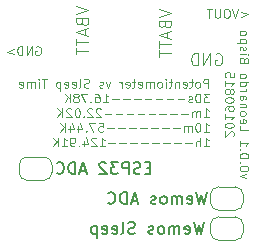
<source format=gbr>
G04 #@! TF.GenerationSoftware,KiCad,Pcbnew,(5.1.2)-2*
G04 #@! TF.CreationDate,2019-08-28T15:44:57+02:00*
G04 #@! TF.ProjectId,esp_pmc,6573705f-706d-4632-9e6b-696361645f70,0.0.1*
G04 #@! TF.SameCoordinates,Original*
G04 #@! TF.FileFunction,Legend,Bot*
G04 #@! TF.FilePolarity,Positive*
%FSLAX46Y46*%
G04 Gerber Fmt 4.6, Leading zero omitted, Abs format (unit mm)*
G04 Created by KiCad (PCBNEW (5.1.2)-2) date 2019-08-28 15:44:57*
%MOMM*%
%LPD*%
G04 APERTURE LIST*
%ADD10C,0.120000*%
%ADD11C,0.150000*%
G04 APERTURE END LIST*
D10*
X75550214Y-86713857D02*
X75050214Y-86535285D01*
X75550214Y-86356714D01*
X75800214Y-85928142D02*
X75800214Y-85856714D01*
X75764500Y-85785285D01*
X75728785Y-85749571D01*
X75657357Y-85713857D01*
X75514500Y-85678142D01*
X75335928Y-85678142D01*
X75193071Y-85713857D01*
X75121642Y-85749571D01*
X75085928Y-85785285D01*
X75050214Y-85856714D01*
X75050214Y-85928142D01*
X75085928Y-85999571D01*
X75121642Y-86035285D01*
X75193071Y-86071000D01*
X75335928Y-86106714D01*
X75514500Y-86106714D01*
X75657357Y-86071000D01*
X75728785Y-86035285D01*
X75764500Y-85999571D01*
X75800214Y-85928142D01*
X75121642Y-85356714D02*
X75085928Y-85321000D01*
X75050214Y-85356714D01*
X75085928Y-85392428D01*
X75121642Y-85356714D01*
X75050214Y-85356714D01*
X75800214Y-84856714D02*
X75800214Y-84785285D01*
X75764500Y-84713857D01*
X75728785Y-84678142D01*
X75657357Y-84642428D01*
X75514500Y-84606714D01*
X75335928Y-84606714D01*
X75193071Y-84642428D01*
X75121642Y-84678142D01*
X75085928Y-84713857D01*
X75050214Y-84785285D01*
X75050214Y-84856714D01*
X75085928Y-84928142D01*
X75121642Y-84963857D01*
X75193071Y-84999571D01*
X75335928Y-85035285D01*
X75514500Y-85035285D01*
X75657357Y-84999571D01*
X75728785Y-84963857D01*
X75764500Y-84928142D01*
X75800214Y-84856714D01*
X75121642Y-84285285D02*
X75085928Y-84249571D01*
X75050214Y-84285285D01*
X75085928Y-84321000D01*
X75121642Y-84285285D01*
X75050214Y-84285285D01*
X75050214Y-83535285D02*
X75050214Y-83963857D01*
X75050214Y-83749571D02*
X75800214Y-83749571D01*
X75693071Y-83821000D01*
X75621642Y-83892428D01*
X75585928Y-83963857D01*
X75050214Y-82285285D02*
X75050214Y-82642428D01*
X75800214Y-82642428D01*
X75085928Y-81749571D02*
X75050214Y-81821000D01*
X75050214Y-81963857D01*
X75085928Y-82035285D01*
X75157357Y-82071000D01*
X75443071Y-82071000D01*
X75514500Y-82035285D01*
X75550214Y-81963857D01*
X75550214Y-81821000D01*
X75514500Y-81749571D01*
X75443071Y-81713857D01*
X75371642Y-81713857D01*
X75300214Y-82071000D01*
X75050214Y-81285285D02*
X75085928Y-81356714D01*
X75121642Y-81392428D01*
X75193071Y-81428142D01*
X75407357Y-81428142D01*
X75478785Y-81392428D01*
X75514500Y-81356714D01*
X75550214Y-81285285D01*
X75550214Y-81178142D01*
X75514500Y-81106714D01*
X75478785Y-81071000D01*
X75407357Y-81035285D01*
X75193071Y-81035285D01*
X75121642Y-81071000D01*
X75085928Y-81106714D01*
X75050214Y-81178142D01*
X75050214Y-81285285D01*
X75550214Y-80713857D02*
X75050214Y-80713857D01*
X75478785Y-80713857D02*
X75514500Y-80678142D01*
X75550214Y-80606714D01*
X75550214Y-80499571D01*
X75514500Y-80428142D01*
X75443071Y-80392428D01*
X75050214Y-80392428D01*
X75050214Y-79713857D02*
X75443071Y-79713857D01*
X75514500Y-79749571D01*
X75550214Y-79821000D01*
X75550214Y-79963857D01*
X75514500Y-80035285D01*
X75085928Y-79713857D02*
X75050214Y-79785285D01*
X75050214Y-79963857D01*
X75085928Y-80035285D01*
X75157357Y-80071000D01*
X75228785Y-80071000D01*
X75300214Y-80035285D01*
X75335928Y-79963857D01*
X75335928Y-79785285D01*
X75371642Y-79713857D01*
X75050214Y-79356714D02*
X75550214Y-79356714D01*
X75407357Y-79356714D02*
X75478785Y-79321000D01*
X75514500Y-79285285D01*
X75550214Y-79213857D01*
X75550214Y-79142428D01*
X75050214Y-78571000D02*
X75800214Y-78571000D01*
X75085928Y-78571000D02*
X75050214Y-78642428D01*
X75050214Y-78785285D01*
X75085928Y-78856714D01*
X75121642Y-78892428D01*
X75193071Y-78928142D01*
X75407357Y-78928142D01*
X75478785Y-78892428D01*
X75514500Y-78856714D01*
X75550214Y-78785285D01*
X75550214Y-78642428D01*
X75514500Y-78571000D01*
X75050214Y-78106714D02*
X75085928Y-78178142D01*
X75121642Y-78213857D01*
X75193071Y-78249571D01*
X75407357Y-78249571D01*
X75478785Y-78213857D01*
X75514500Y-78178142D01*
X75550214Y-78106714D01*
X75550214Y-77999571D01*
X75514500Y-77928142D01*
X75478785Y-77892428D01*
X75407357Y-77856714D01*
X75193071Y-77856714D01*
X75121642Y-77892428D01*
X75085928Y-77928142D01*
X75050214Y-77999571D01*
X75050214Y-78106714D01*
X75443071Y-76713857D02*
X75407357Y-76606714D01*
X75371642Y-76571000D01*
X75300214Y-76535285D01*
X75193071Y-76535285D01*
X75121642Y-76571000D01*
X75085928Y-76606714D01*
X75050214Y-76678142D01*
X75050214Y-76963857D01*
X75800214Y-76963857D01*
X75800214Y-76713857D01*
X75764500Y-76642428D01*
X75728785Y-76606714D01*
X75657357Y-76571000D01*
X75585928Y-76571000D01*
X75514500Y-76606714D01*
X75478785Y-76642428D01*
X75443071Y-76713857D01*
X75443071Y-76963857D01*
X75050214Y-76213857D02*
X75550214Y-76213857D01*
X75800214Y-76213857D02*
X75764500Y-76249571D01*
X75728785Y-76213857D01*
X75764500Y-76178142D01*
X75800214Y-76213857D01*
X75728785Y-76213857D01*
X75085928Y-75892428D02*
X75050214Y-75821000D01*
X75050214Y-75678142D01*
X75085928Y-75606714D01*
X75157357Y-75571000D01*
X75193071Y-75571000D01*
X75264500Y-75606714D01*
X75300214Y-75678142D01*
X75300214Y-75785285D01*
X75335928Y-75856714D01*
X75407357Y-75892428D01*
X75443071Y-75892428D01*
X75514500Y-75856714D01*
X75550214Y-75785285D01*
X75550214Y-75678142D01*
X75514500Y-75606714D01*
X75550214Y-75249571D02*
X74800214Y-75249571D01*
X75514500Y-75249571D02*
X75550214Y-75178142D01*
X75550214Y-75035285D01*
X75514500Y-74963857D01*
X75478785Y-74928142D01*
X75407357Y-74892428D01*
X75193071Y-74892428D01*
X75121642Y-74928142D01*
X75085928Y-74963857D01*
X75050214Y-75035285D01*
X75050214Y-75178142D01*
X75085928Y-75249571D01*
X75050214Y-74463857D02*
X75085928Y-74535285D01*
X75121642Y-74571000D01*
X75193071Y-74606714D01*
X75407357Y-74606714D01*
X75478785Y-74571000D01*
X75514500Y-74535285D01*
X75550214Y-74463857D01*
X75550214Y-74356714D01*
X75514500Y-74285285D01*
X75478785Y-74249571D01*
X75407357Y-74213857D01*
X75193071Y-74213857D01*
X75121642Y-74249571D01*
X75085928Y-74285285D01*
X75050214Y-74356714D01*
X75050214Y-74463857D01*
X74483785Y-83160285D02*
X74519500Y-83124571D01*
X74555214Y-83053142D01*
X74555214Y-82874571D01*
X74519500Y-82803142D01*
X74483785Y-82767428D01*
X74412357Y-82731714D01*
X74340928Y-82731714D01*
X74233785Y-82767428D01*
X73805214Y-83196000D01*
X73805214Y-82731714D01*
X74555214Y-82267428D02*
X74555214Y-82196000D01*
X74519500Y-82124571D01*
X74483785Y-82088857D01*
X74412357Y-82053142D01*
X74269500Y-82017428D01*
X74090928Y-82017428D01*
X73948071Y-82053142D01*
X73876642Y-82088857D01*
X73840928Y-82124571D01*
X73805214Y-82196000D01*
X73805214Y-82267428D01*
X73840928Y-82338857D01*
X73876642Y-82374571D01*
X73948071Y-82410285D01*
X74090928Y-82446000D01*
X74269500Y-82446000D01*
X74412357Y-82410285D01*
X74483785Y-82374571D01*
X74519500Y-82338857D01*
X74555214Y-82267428D01*
X73805214Y-81303142D02*
X73805214Y-81731714D01*
X73805214Y-81517428D02*
X74555214Y-81517428D01*
X74448071Y-81588857D01*
X74376642Y-81660285D01*
X74340928Y-81731714D01*
X73805214Y-80946000D02*
X73805214Y-80803142D01*
X73840928Y-80731714D01*
X73876642Y-80696000D01*
X73983785Y-80624571D01*
X74126642Y-80588857D01*
X74412357Y-80588857D01*
X74483785Y-80624571D01*
X74519500Y-80660285D01*
X74555214Y-80731714D01*
X74555214Y-80874571D01*
X74519500Y-80946000D01*
X74483785Y-80981714D01*
X74412357Y-81017428D01*
X74233785Y-81017428D01*
X74162357Y-80981714D01*
X74126642Y-80946000D01*
X74090928Y-80874571D01*
X74090928Y-80731714D01*
X74126642Y-80660285D01*
X74162357Y-80624571D01*
X74233785Y-80588857D01*
X74555214Y-80124571D02*
X74555214Y-80053142D01*
X74519500Y-79981714D01*
X74483785Y-79946000D01*
X74412357Y-79910285D01*
X74269500Y-79874571D01*
X74090928Y-79874571D01*
X73948071Y-79910285D01*
X73876642Y-79946000D01*
X73840928Y-79981714D01*
X73805214Y-80053142D01*
X73805214Y-80124571D01*
X73840928Y-80196000D01*
X73876642Y-80231714D01*
X73948071Y-80267428D01*
X74090928Y-80303142D01*
X74269500Y-80303142D01*
X74412357Y-80267428D01*
X74483785Y-80231714D01*
X74519500Y-80196000D01*
X74555214Y-80124571D01*
X74233785Y-79446000D02*
X74269500Y-79517428D01*
X74305214Y-79553142D01*
X74376642Y-79588857D01*
X74412357Y-79588857D01*
X74483785Y-79553142D01*
X74519500Y-79517428D01*
X74555214Y-79446000D01*
X74555214Y-79303142D01*
X74519500Y-79231714D01*
X74483785Y-79196000D01*
X74412357Y-79160285D01*
X74376642Y-79160285D01*
X74305214Y-79196000D01*
X74269500Y-79231714D01*
X74233785Y-79303142D01*
X74233785Y-79446000D01*
X74198071Y-79517428D01*
X74162357Y-79553142D01*
X74090928Y-79588857D01*
X73948071Y-79588857D01*
X73876642Y-79553142D01*
X73840928Y-79517428D01*
X73805214Y-79446000D01*
X73805214Y-79303142D01*
X73840928Y-79231714D01*
X73876642Y-79196000D01*
X73948071Y-79160285D01*
X74090928Y-79160285D01*
X74162357Y-79196000D01*
X74198071Y-79231714D01*
X74233785Y-79303142D01*
X73805214Y-78446000D02*
X73805214Y-78874571D01*
X73805214Y-78660285D02*
X74555214Y-78660285D01*
X74448071Y-78731714D01*
X74376642Y-78803142D01*
X74340928Y-78874571D01*
X74555214Y-77767428D02*
X74555214Y-78124571D01*
X74198071Y-78160285D01*
X74233785Y-78124571D01*
X74269500Y-78053142D01*
X74269500Y-77874571D01*
X74233785Y-77803142D01*
X74198071Y-77767428D01*
X74126642Y-77731714D01*
X73948071Y-77731714D01*
X73876642Y-77767428D01*
X73840928Y-77803142D01*
X73805214Y-77874571D01*
X73805214Y-78053142D01*
X73840928Y-78124571D01*
X73876642Y-78160285D01*
X73028904Y-76196000D02*
X73124142Y-76148380D01*
X73267000Y-76148380D01*
X73409857Y-76196000D01*
X73505095Y-76291238D01*
X73552714Y-76386476D01*
X73600333Y-76576952D01*
X73600333Y-76719809D01*
X73552714Y-76910285D01*
X73505095Y-77005523D01*
X73409857Y-77100761D01*
X73267000Y-77148380D01*
X73171761Y-77148380D01*
X73028904Y-77100761D01*
X72981285Y-77053142D01*
X72981285Y-76719809D01*
X73171761Y-76719809D01*
X72552714Y-77148380D02*
X72552714Y-76148380D01*
X71981285Y-77148380D01*
X71981285Y-76148380D01*
X71505095Y-77148380D02*
X71505095Y-76148380D01*
X71267000Y-76148380D01*
X71124142Y-76196000D01*
X71028904Y-76291238D01*
X70981285Y-76386476D01*
X70933666Y-76576952D01*
X70933666Y-76719809D01*
X70981285Y-76910285D01*
X71028904Y-77005523D01*
X71124142Y-77100761D01*
X71267000Y-77148380D01*
X71505095Y-77148380D01*
X68219380Y-72372190D02*
X69219380Y-72705523D01*
X68219380Y-73038857D01*
X68695571Y-73705523D02*
X68743190Y-73848380D01*
X68790809Y-73896000D01*
X68886047Y-73943619D01*
X69028904Y-73943619D01*
X69124142Y-73896000D01*
X69171761Y-73848380D01*
X69219380Y-73753142D01*
X69219380Y-73372190D01*
X68219380Y-73372190D01*
X68219380Y-73705523D01*
X68267000Y-73800761D01*
X68314619Y-73848380D01*
X68409857Y-73896000D01*
X68505095Y-73896000D01*
X68600333Y-73848380D01*
X68647952Y-73800761D01*
X68695571Y-73705523D01*
X68695571Y-73372190D01*
X68933666Y-74324571D02*
X68933666Y-74800761D01*
X69219380Y-74229333D02*
X68219380Y-74562666D01*
X69219380Y-74896000D01*
X68219380Y-75086476D02*
X68219380Y-75657904D01*
X69219380Y-75372190D02*
X68219380Y-75372190D01*
X68219380Y-75848380D02*
X68219380Y-76419809D01*
X69219380Y-76134095D02*
X68219380Y-76134095D01*
X61219380Y-72172190D02*
X62219380Y-72505523D01*
X61219380Y-72838857D01*
X61695571Y-73505523D02*
X61743190Y-73648380D01*
X61790809Y-73696000D01*
X61886047Y-73743619D01*
X62028904Y-73743619D01*
X62124142Y-73696000D01*
X62171761Y-73648380D01*
X62219380Y-73553142D01*
X62219380Y-73172190D01*
X61219380Y-73172190D01*
X61219380Y-73505523D01*
X61267000Y-73600761D01*
X61314619Y-73648380D01*
X61409857Y-73696000D01*
X61505095Y-73696000D01*
X61600333Y-73648380D01*
X61647952Y-73600761D01*
X61695571Y-73505523D01*
X61695571Y-73172190D01*
X61933666Y-74124571D02*
X61933666Y-74600761D01*
X62219380Y-74029333D02*
X61219380Y-74362666D01*
X62219380Y-74696000D01*
X61219380Y-74886476D02*
X61219380Y-75457904D01*
X62219380Y-75172190D02*
X61219380Y-75172190D01*
X61219380Y-75648380D02*
X61219380Y-76219809D01*
X62219380Y-75934095D02*
X61219380Y-75934095D01*
X57802714Y-75571000D02*
X57874142Y-75535285D01*
X57981285Y-75535285D01*
X58088428Y-75571000D01*
X58159857Y-75642428D01*
X58195571Y-75713857D01*
X58231285Y-75856714D01*
X58231285Y-75963857D01*
X58195571Y-76106714D01*
X58159857Y-76178142D01*
X58088428Y-76249571D01*
X57981285Y-76285285D01*
X57909857Y-76285285D01*
X57802714Y-76249571D01*
X57767000Y-76213857D01*
X57767000Y-75963857D01*
X57909857Y-75963857D01*
X57445571Y-76285285D02*
X57445571Y-75535285D01*
X57017000Y-76285285D01*
X57017000Y-75535285D01*
X56659857Y-76285285D02*
X56659857Y-75535285D01*
X56481285Y-75535285D01*
X56374142Y-75571000D01*
X56302714Y-75642428D01*
X56267000Y-75713857D01*
X56231285Y-75856714D01*
X56231285Y-75963857D01*
X56267000Y-76106714D01*
X56302714Y-76178142D01*
X56374142Y-76249571D01*
X56481285Y-76285285D01*
X56659857Y-76285285D01*
X55909857Y-75785285D02*
X55338428Y-75999571D01*
X55909857Y-76213857D01*
X75174142Y-72635285D02*
X75745571Y-72849571D01*
X75174142Y-73063857D01*
X74924142Y-72385285D02*
X74674142Y-73135285D01*
X74424142Y-72385285D01*
X74031285Y-72385285D02*
X73888428Y-72385285D01*
X73817000Y-72421000D01*
X73745571Y-72492428D01*
X73709857Y-72635285D01*
X73709857Y-72885285D01*
X73745571Y-73028142D01*
X73817000Y-73099571D01*
X73888428Y-73135285D01*
X74031285Y-73135285D01*
X74102714Y-73099571D01*
X74174142Y-73028142D01*
X74209857Y-72885285D01*
X74209857Y-72635285D01*
X74174142Y-72492428D01*
X74102714Y-72421000D01*
X74031285Y-72385285D01*
X73388428Y-72385285D02*
X73388428Y-72992428D01*
X73352714Y-73063857D01*
X73317000Y-73099571D01*
X73245571Y-73135285D01*
X73102714Y-73135285D01*
X73031285Y-73099571D01*
X72995571Y-73063857D01*
X72959857Y-72992428D01*
X72959857Y-72385285D01*
X72709857Y-72385285D02*
X72281285Y-72385285D01*
X72495571Y-73135285D02*
X72495571Y-72385285D01*
X72410428Y-79045285D02*
X72410428Y-78295285D01*
X72124714Y-78295285D01*
X72053285Y-78331000D01*
X72017571Y-78366714D01*
X71981857Y-78438142D01*
X71981857Y-78545285D01*
X72017571Y-78616714D01*
X72053285Y-78652428D01*
X72124714Y-78688142D01*
X72410428Y-78688142D01*
X71553285Y-79045285D02*
X71624714Y-79009571D01*
X71660428Y-78973857D01*
X71696142Y-78902428D01*
X71696142Y-78688142D01*
X71660428Y-78616714D01*
X71624714Y-78581000D01*
X71553285Y-78545285D01*
X71446142Y-78545285D01*
X71374714Y-78581000D01*
X71339000Y-78616714D01*
X71303285Y-78688142D01*
X71303285Y-78902428D01*
X71339000Y-78973857D01*
X71374714Y-79009571D01*
X71446142Y-79045285D01*
X71553285Y-79045285D01*
X71089000Y-78545285D02*
X70803285Y-78545285D01*
X70981857Y-78295285D02*
X70981857Y-78938142D01*
X70946142Y-79009571D01*
X70874714Y-79045285D01*
X70803285Y-79045285D01*
X70267571Y-79009571D02*
X70339000Y-79045285D01*
X70481857Y-79045285D01*
X70553285Y-79009571D01*
X70589000Y-78938142D01*
X70589000Y-78652428D01*
X70553285Y-78581000D01*
X70481857Y-78545285D01*
X70339000Y-78545285D01*
X70267571Y-78581000D01*
X70231857Y-78652428D01*
X70231857Y-78723857D01*
X70589000Y-78795285D01*
X69910428Y-78545285D02*
X69910428Y-79045285D01*
X69910428Y-78616714D02*
X69874714Y-78581000D01*
X69803285Y-78545285D01*
X69696142Y-78545285D01*
X69624714Y-78581000D01*
X69589000Y-78652428D01*
X69589000Y-79045285D01*
X69339000Y-78545285D02*
X69053285Y-78545285D01*
X69231857Y-78295285D02*
X69231857Y-78938142D01*
X69196142Y-79009571D01*
X69124714Y-79045285D01*
X69053285Y-79045285D01*
X68803285Y-79045285D02*
X68803285Y-78545285D01*
X68803285Y-78295285D02*
X68839000Y-78331000D01*
X68803285Y-78366714D01*
X68767571Y-78331000D01*
X68803285Y-78295285D01*
X68803285Y-78366714D01*
X68339000Y-79045285D02*
X68410428Y-79009571D01*
X68446142Y-78973857D01*
X68481857Y-78902428D01*
X68481857Y-78688142D01*
X68446142Y-78616714D01*
X68410428Y-78581000D01*
X68339000Y-78545285D01*
X68231857Y-78545285D01*
X68160428Y-78581000D01*
X68124714Y-78616714D01*
X68089000Y-78688142D01*
X68089000Y-78902428D01*
X68124714Y-78973857D01*
X68160428Y-79009571D01*
X68231857Y-79045285D01*
X68339000Y-79045285D01*
X67767571Y-79045285D02*
X67767571Y-78545285D01*
X67767571Y-78616714D02*
X67731857Y-78581000D01*
X67660428Y-78545285D01*
X67553285Y-78545285D01*
X67481857Y-78581000D01*
X67446142Y-78652428D01*
X67446142Y-79045285D01*
X67446142Y-78652428D02*
X67410428Y-78581000D01*
X67339000Y-78545285D01*
X67231857Y-78545285D01*
X67160428Y-78581000D01*
X67124714Y-78652428D01*
X67124714Y-79045285D01*
X66481857Y-79009571D02*
X66553285Y-79045285D01*
X66696142Y-79045285D01*
X66767571Y-79009571D01*
X66803285Y-78938142D01*
X66803285Y-78652428D01*
X66767571Y-78581000D01*
X66696142Y-78545285D01*
X66553285Y-78545285D01*
X66481857Y-78581000D01*
X66446142Y-78652428D01*
X66446142Y-78723857D01*
X66803285Y-78795285D01*
X66231857Y-78545285D02*
X65946142Y-78545285D01*
X66124714Y-78295285D02*
X66124714Y-78938142D01*
X66089000Y-79009571D01*
X66017571Y-79045285D01*
X65946142Y-79045285D01*
X65410428Y-79009571D02*
X65481857Y-79045285D01*
X65624714Y-79045285D01*
X65696142Y-79009571D01*
X65731857Y-78938142D01*
X65731857Y-78652428D01*
X65696142Y-78581000D01*
X65624714Y-78545285D01*
X65481857Y-78545285D01*
X65410428Y-78581000D01*
X65374714Y-78652428D01*
X65374714Y-78723857D01*
X65731857Y-78795285D01*
X65053285Y-79045285D02*
X65053285Y-78545285D01*
X65053285Y-78688142D02*
X65017571Y-78616714D01*
X64981857Y-78581000D01*
X64910428Y-78545285D01*
X64838999Y-78545285D01*
X64088999Y-78545285D02*
X63910428Y-79045285D01*
X63731857Y-78545285D01*
X63481857Y-79009571D02*
X63410428Y-79045285D01*
X63267571Y-79045285D01*
X63196142Y-79009571D01*
X63160428Y-78938142D01*
X63160428Y-78902428D01*
X63196142Y-78831000D01*
X63267571Y-78795285D01*
X63374714Y-78795285D01*
X63446142Y-78759571D01*
X63481857Y-78688142D01*
X63481857Y-78652428D01*
X63446142Y-78581000D01*
X63374714Y-78545285D01*
X63267571Y-78545285D01*
X63196142Y-78581000D01*
X62303285Y-79009571D02*
X62196142Y-79045285D01*
X62017571Y-79045285D01*
X61946142Y-79009571D01*
X61910428Y-78973857D01*
X61874714Y-78902428D01*
X61874714Y-78831000D01*
X61910428Y-78759571D01*
X61946142Y-78723857D01*
X62017571Y-78688142D01*
X62160428Y-78652428D01*
X62231857Y-78616714D01*
X62267571Y-78581000D01*
X62303285Y-78509571D01*
X62303285Y-78438142D01*
X62267571Y-78366714D01*
X62231857Y-78331000D01*
X62160428Y-78295285D01*
X61981857Y-78295285D01*
X61874714Y-78331000D01*
X61446142Y-79045285D02*
X61517571Y-79009571D01*
X61553285Y-78938142D01*
X61553285Y-78295285D01*
X60874714Y-79009571D02*
X60946142Y-79045285D01*
X61088999Y-79045285D01*
X61160428Y-79009571D01*
X61196142Y-78938142D01*
X61196142Y-78652428D01*
X61160428Y-78581000D01*
X61088999Y-78545285D01*
X60946142Y-78545285D01*
X60874714Y-78581000D01*
X60838999Y-78652428D01*
X60838999Y-78723857D01*
X61196142Y-78795285D01*
X60231857Y-79009571D02*
X60303285Y-79045285D01*
X60446142Y-79045285D01*
X60517571Y-79009571D01*
X60553285Y-78938142D01*
X60553285Y-78652428D01*
X60517571Y-78581000D01*
X60446142Y-78545285D01*
X60303285Y-78545285D01*
X60231857Y-78581000D01*
X60196142Y-78652428D01*
X60196142Y-78723857D01*
X60553285Y-78795285D01*
X59874714Y-78545285D02*
X59874714Y-79295285D01*
X59874714Y-78581000D02*
X59803285Y-78545285D01*
X59660428Y-78545285D01*
X59588999Y-78581000D01*
X59553285Y-78616714D01*
X59517571Y-78688142D01*
X59517571Y-78902428D01*
X59553285Y-78973857D01*
X59588999Y-79009571D01*
X59660428Y-79045285D01*
X59803285Y-79045285D01*
X59874714Y-79009571D01*
X58731857Y-78295285D02*
X58303285Y-78295285D01*
X58517571Y-79045285D02*
X58517571Y-78295285D01*
X58053285Y-79045285D02*
X58053285Y-78545285D01*
X58053285Y-78295285D02*
X58088999Y-78331000D01*
X58053285Y-78366714D01*
X58017571Y-78331000D01*
X58053285Y-78295285D01*
X58053285Y-78366714D01*
X57696142Y-79045285D02*
X57696142Y-78545285D01*
X57696142Y-78616714D02*
X57660428Y-78581000D01*
X57588999Y-78545285D01*
X57481857Y-78545285D01*
X57410428Y-78581000D01*
X57374714Y-78652428D01*
X57374714Y-79045285D01*
X57374714Y-78652428D02*
X57338999Y-78581000D01*
X57267571Y-78545285D01*
X57160428Y-78545285D01*
X57088999Y-78581000D01*
X57053285Y-78652428D01*
X57053285Y-79045285D01*
X56410428Y-79009571D02*
X56481857Y-79045285D01*
X56624714Y-79045285D01*
X56696142Y-79009571D01*
X56731857Y-78938142D01*
X56731857Y-78652428D01*
X56696142Y-78581000D01*
X56624714Y-78545285D01*
X56481857Y-78545285D01*
X56410428Y-78581000D01*
X56374714Y-78652428D01*
X56374714Y-78723857D01*
X56731857Y-78795285D01*
X72481857Y-79540285D02*
X72017571Y-79540285D01*
X72267571Y-79826000D01*
X72160428Y-79826000D01*
X72089000Y-79861714D01*
X72053285Y-79897428D01*
X72017571Y-79968857D01*
X72017571Y-80147428D01*
X72053285Y-80218857D01*
X72089000Y-80254571D01*
X72160428Y-80290285D01*
X72374714Y-80290285D01*
X72446142Y-80254571D01*
X72481857Y-80218857D01*
X71553285Y-79540285D02*
X71481857Y-79540285D01*
X71410428Y-79576000D01*
X71374714Y-79611714D01*
X71339000Y-79683142D01*
X71303285Y-79826000D01*
X71303285Y-80004571D01*
X71339000Y-80147428D01*
X71374714Y-80218857D01*
X71410428Y-80254571D01*
X71481857Y-80290285D01*
X71553285Y-80290285D01*
X71624714Y-80254571D01*
X71660428Y-80218857D01*
X71696142Y-80147428D01*
X71731857Y-80004571D01*
X71731857Y-79826000D01*
X71696142Y-79683142D01*
X71660428Y-79611714D01*
X71624714Y-79576000D01*
X71553285Y-79540285D01*
X71017571Y-80254571D02*
X70946142Y-80290285D01*
X70803285Y-80290285D01*
X70731857Y-80254571D01*
X70696142Y-80183142D01*
X70696142Y-80147428D01*
X70731857Y-80076000D01*
X70803285Y-80040285D01*
X70910428Y-80040285D01*
X70981857Y-80004571D01*
X71017571Y-79933142D01*
X71017571Y-79897428D01*
X70981857Y-79826000D01*
X70910428Y-79790285D01*
X70803285Y-79790285D01*
X70731857Y-79826000D01*
X70374714Y-80004571D02*
X69803285Y-80004571D01*
X69446142Y-80004571D02*
X68874714Y-80004571D01*
X68517571Y-80004571D02*
X67946142Y-80004571D01*
X67589000Y-80004571D02*
X67017571Y-80004571D01*
X66660428Y-80004571D02*
X66089000Y-80004571D01*
X65731857Y-80004571D02*
X65160428Y-80004571D01*
X64803285Y-80004571D02*
X64231857Y-80004571D01*
X63481857Y-80290285D02*
X63910428Y-80290285D01*
X63696142Y-80290285D02*
X63696142Y-79540285D01*
X63767571Y-79647428D01*
X63838999Y-79718857D01*
X63910428Y-79754571D01*
X62838999Y-79540285D02*
X62981857Y-79540285D01*
X63053285Y-79576000D01*
X63088999Y-79611714D01*
X63160428Y-79718857D01*
X63196142Y-79861714D01*
X63196142Y-80147428D01*
X63160428Y-80218857D01*
X63124714Y-80254571D01*
X63053285Y-80290285D01*
X62910428Y-80290285D01*
X62838999Y-80254571D01*
X62803285Y-80218857D01*
X62767571Y-80147428D01*
X62767571Y-79968857D01*
X62803285Y-79897428D01*
X62838999Y-79861714D01*
X62910428Y-79826000D01*
X63053285Y-79826000D01*
X63124714Y-79861714D01*
X63160428Y-79897428D01*
X63196142Y-79968857D01*
X62446142Y-80218857D02*
X62410428Y-80254571D01*
X62446142Y-80290285D01*
X62481857Y-80254571D01*
X62446142Y-80218857D01*
X62446142Y-80290285D01*
X62160428Y-79540285D02*
X61660428Y-79540285D01*
X61981857Y-80290285D01*
X61267571Y-79861714D02*
X61338999Y-79826000D01*
X61374714Y-79790285D01*
X61410428Y-79718857D01*
X61410428Y-79683142D01*
X61374714Y-79611714D01*
X61338999Y-79576000D01*
X61267571Y-79540285D01*
X61124714Y-79540285D01*
X61053285Y-79576000D01*
X61017571Y-79611714D01*
X60981857Y-79683142D01*
X60981857Y-79718857D01*
X61017571Y-79790285D01*
X61053285Y-79826000D01*
X61124714Y-79861714D01*
X61267571Y-79861714D01*
X61338999Y-79897428D01*
X61374714Y-79933142D01*
X61410428Y-80004571D01*
X61410428Y-80147428D01*
X61374714Y-80218857D01*
X61338999Y-80254571D01*
X61267571Y-80290285D01*
X61124714Y-80290285D01*
X61053285Y-80254571D01*
X61017571Y-80218857D01*
X60981857Y-80147428D01*
X60981857Y-80004571D01*
X61017571Y-79933142D01*
X61053285Y-79897428D01*
X61124714Y-79861714D01*
X60660428Y-80290285D02*
X60660428Y-79540285D01*
X60231857Y-80290285D02*
X60553285Y-79861714D01*
X60231857Y-79540285D02*
X60660428Y-79968857D01*
X72017571Y-81535285D02*
X72446142Y-81535285D01*
X72231857Y-81535285D02*
X72231857Y-80785285D01*
X72303285Y-80892428D01*
X72374714Y-80963857D01*
X72446142Y-80999571D01*
X71696142Y-81535285D02*
X71696142Y-81035285D01*
X71696142Y-81106714D02*
X71660428Y-81071000D01*
X71589000Y-81035285D01*
X71481857Y-81035285D01*
X71410428Y-81071000D01*
X71374714Y-81142428D01*
X71374714Y-81535285D01*
X71374714Y-81142428D02*
X71339000Y-81071000D01*
X71267571Y-81035285D01*
X71160428Y-81035285D01*
X71089000Y-81071000D01*
X71053285Y-81142428D01*
X71053285Y-81535285D01*
X70696142Y-81249571D02*
X70124714Y-81249571D01*
X69767571Y-81249571D02*
X69196142Y-81249571D01*
X68839000Y-81249571D02*
X68267571Y-81249571D01*
X67910428Y-81249571D02*
X67339000Y-81249571D01*
X66981857Y-81249571D02*
X66410428Y-81249571D01*
X66053285Y-81249571D02*
X65481857Y-81249571D01*
X65124714Y-81249571D02*
X64553285Y-81249571D01*
X64196142Y-81249571D02*
X63624714Y-81249571D01*
X63303285Y-80856714D02*
X63267571Y-80821000D01*
X63196142Y-80785285D01*
X63017571Y-80785285D01*
X62946142Y-80821000D01*
X62910428Y-80856714D01*
X62874714Y-80928142D01*
X62874714Y-80999571D01*
X62910428Y-81106714D01*
X63338999Y-81535285D01*
X62874714Y-81535285D01*
X62588999Y-80856714D02*
X62553285Y-80821000D01*
X62481857Y-80785285D01*
X62303285Y-80785285D01*
X62231857Y-80821000D01*
X62196142Y-80856714D01*
X62160428Y-80928142D01*
X62160428Y-80999571D01*
X62196142Y-81106714D01*
X62624714Y-81535285D01*
X62160428Y-81535285D01*
X61838999Y-81463857D02*
X61803285Y-81499571D01*
X61838999Y-81535285D01*
X61874714Y-81499571D01*
X61838999Y-81463857D01*
X61838999Y-81535285D01*
X61338999Y-80785285D02*
X61267571Y-80785285D01*
X61196142Y-80821000D01*
X61160428Y-80856714D01*
X61124714Y-80928142D01*
X61088999Y-81071000D01*
X61088999Y-81249571D01*
X61124714Y-81392428D01*
X61160428Y-81463857D01*
X61196142Y-81499571D01*
X61267571Y-81535285D01*
X61338999Y-81535285D01*
X61410428Y-81499571D01*
X61446142Y-81463857D01*
X61481857Y-81392428D01*
X61517571Y-81249571D01*
X61517571Y-81071000D01*
X61481857Y-80928142D01*
X61446142Y-80856714D01*
X61410428Y-80821000D01*
X61338999Y-80785285D01*
X60803285Y-80856714D02*
X60767571Y-80821000D01*
X60696142Y-80785285D01*
X60517571Y-80785285D01*
X60446142Y-80821000D01*
X60410428Y-80856714D01*
X60374714Y-80928142D01*
X60374714Y-80999571D01*
X60410428Y-81106714D01*
X60838999Y-81535285D01*
X60374714Y-81535285D01*
X60053285Y-81535285D02*
X60053285Y-80785285D01*
X59624714Y-81535285D02*
X59946142Y-81106714D01*
X59624714Y-80785285D02*
X60053285Y-81213857D01*
X72017571Y-82780285D02*
X72446142Y-82780285D01*
X72231857Y-82780285D02*
X72231857Y-82030285D01*
X72303285Y-82137428D01*
X72374714Y-82208857D01*
X72446142Y-82244571D01*
X71553285Y-82030285D02*
X71481857Y-82030285D01*
X71410428Y-82066000D01*
X71374714Y-82101714D01*
X71339000Y-82173142D01*
X71303285Y-82316000D01*
X71303285Y-82494571D01*
X71339000Y-82637428D01*
X71374714Y-82708857D01*
X71410428Y-82744571D01*
X71481857Y-82780285D01*
X71553285Y-82780285D01*
X71624714Y-82744571D01*
X71660428Y-82708857D01*
X71696142Y-82637428D01*
X71731857Y-82494571D01*
X71731857Y-82316000D01*
X71696142Y-82173142D01*
X71660428Y-82101714D01*
X71624714Y-82066000D01*
X71553285Y-82030285D01*
X70981857Y-82780285D02*
X70981857Y-82280285D01*
X70981857Y-82351714D02*
X70946142Y-82316000D01*
X70874714Y-82280285D01*
X70767571Y-82280285D01*
X70696142Y-82316000D01*
X70660428Y-82387428D01*
X70660428Y-82780285D01*
X70660428Y-82387428D02*
X70624714Y-82316000D01*
X70553285Y-82280285D01*
X70446142Y-82280285D01*
X70374714Y-82316000D01*
X70339000Y-82387428D01*
X70339000Y-82780285D01*
X69981857Y-82494571D02*
X69410428Y-82494571D01*
X69053285Y-82494571D02*
X68481857Y-82494571D01*
X68124714Y-82494571D02*
X67553285Y-82494571D01*
X67196142Y-82494571D02*
X66624714Y-82494571D01*
X66267571Y-82494571D02*
X65696142Y-82494571D01*
X65338999Y-82494571D02*
X64767571Y-82494571D01*
X64410428Y-82494571D02*
X63838999Y-82494571D01*
X63124714Y-82030285D02*
X63481857Y-82030285D01*
X63517571Y-82387428D01*
X63481857Y-82351714D01*
X63410428Y-82316000D01*
X63231857Y-82316000D01*
X63160428Y-82351714D01*
X63124714Y-82387428D01*
X63088999Y-82458857D01*
X63088999Y-82637428D01*
X63124714Y-82708857D01*
X63160428Y-82744571D01*
X63231857Y-82780285D01*
X63410428Y-82780285D01*
X63481857Y-82744571D01*
X63517571Y-82708857D01*
X62838999Y-82030285D02*
X62338999Y-82030285D01*
X62660428Y-82780285D01*
X62053285Y-82708857D02*
X62017571Y-82744571D01*
X62053285Y-82780285D01*
X62088999Y-82744571D01*
X62053285Y-82708857D01*
X62053285Y-82780285D01*
X61374714Y-82280285D02*
X61374714Y-82780285D01*
X61553285Y-81994571D02*
X61731857Y-82530285D01*
X61267571Y-82530285D01*
X60660428Y-82280285D02*
X60660428Y-82780285D01*
X60838999Y-81994571D02*
X61017571Y-82530285D01*
X60553285Y-82530285D01*
X60267571Y-82780285D02*
X60267571Y-82030285D01*
X59838999Y-82780285D02*
X60160428Y-82351714D01*
X59838999Y-82030285D02*
X60267571Y-82458857D01*
X72017571Y-84025285D02*
X72446142Y-84025285D01*
X72231857Y-84025285D02*
X72231857Y-83275285D01*
X72303285Y-83382428D01*
X72374714Y-83453857D01*
X72446142Y-83489571D01*
X71696142Y-84025285D02*
X71696142Y-83275285D01*
X71374714Y-84025285D02*
X71374714Y-83632428D01*
X71410428Y-83561000D01*
X71481857Y-83525285D01*
X71589000Y-83525285D01*
X71660428Y-83561000D01*
X71696142Y-83596714D01*
X71017571Y-83739571D02*
X70446142Y-83739571D01*
X70089000Y-83739571D02*
X69517571Y-83739571D01*
X69160428Y-83739571D02*
X68589000Y-83739571D01*
X68231857Y-83739571D02*
X67660428Y-83739571D01*
X67303285Y-83739571D02*
X66731857Y-83739571D01*
X66374714Y-83739571D02*
X65803285Y-83739571D01*
X65446142Y-83739571D02*
X64874714Y-83739571D01*
X64517571Y-83739571D02*
X63946142Y-83739571D01*
X63196142Y-84025285D02*
X63624714Y-84025285D01*
X63410428Y-84025285D02*
X63410428Y-83275285D01*
X63481857Y-83382428D01*
X63553285Y-83453857D01*
X63624714Y-83489571D01*
X62910428Y-83346714D02*
X62874714Y-83311000D01*
X62803285Y-83275285D01*
X62624714Y-83275285D01*
X62553285Y-83311000D01*
X62517571Y-83346714D01*
X62481857Y-83418142D01*
X62481857Y-83489571D01*
X62517571Y-83596714D01*
X62946142Y-84025285D01*
X62481857Y-84025285D01*
X61838999Y-83525285D02*
X61838999Y-84025285D01*
X62017571Y-83239571D02*
X62196142Y-83775285D01*
X61731857Y-83775285D01*
X61446142Y-83953857D02*
X61410428Y-83989571D01*
X61446142Y-84025285D01*
X61481857Y-83989571D01*
X61446142Y-83953857D01*
X61446142Y-84025285D01*
X61053285Y-84025285D02*
X60910428Y-84025285D01*
X60838999Y-83989571D01*
X60803285Y-83953857D01*
X60731857Y-83846714D01*
X60696142Y-83703857D01*
X60696142Y-83418142D01*
X60731857Y-83346714D01*
X60767571Y-83311000D01*
X60838999Y-83275285D01*
X60981857Y-83275285D01*
X61053285Y-83311000D01*
X61088999Y-83346714D01*
X61124714Y-83418142D01*
X61124714Y-83596714D01*
X61088999Y-83668142D01*
X61053285Y-83703857D01*
X60981857Y-83739571D01*
X60838999Y-83739571D01*
X60767571Y-83703857D01*
X60731857Y-83668142D01*
X60696142Y-83596714D01*
X59981857Y-84025285D02*
X60410428Y-84025285D01*
X60196142Y-84025285D02*
X60196142Y-83275285D01*
X60267571Y-83382428D01*
X60338999Y-83453857D01*
X60410428Y-83489571D01*
X59660428Y-84025285D02*
X59660428Y-83275285D01*
X59231857Y-84025285D02*
X59553285Y-83596714D01*
X59231857Y-83275285D02*
X59660428Y-83703857D01*
X57072500Y-86896000D02*
X58472500Y-86896000D01*
X59172500Y-86196000D02*
X59172500Y-85596000D01*
X58472500Y-84896000D02*
X57072500Y-84896000D01*
X56372500Y-85596000D02*
X56372500Y-86196000D01*
X56372500Y-86196000D02*
G75*
G03X57072500Y-86896000I700000J0D01*
G01*
X57072500Y-84896000D02*
G75*
G03X56372500Y-85596000I0J-700000D01*
G01*
X59172500Y-85596000D02*
G75*
G03X58472500Y-84896000I-700000J0D01*
G01*
X58472500Y-86896000D02*
G75*
G03X59172500Y-86196000I0J700000D01*
G01*
X74665000Y-89976000D02*
X73265000Y-89976000D01*
X72565000Y-90676000D02*
X72565000Y-91276000D01*
X73265000Y-91976000D02*
X74665000Y-91976000D01*
X75365000Y-91276000D02*
X75365000Y-90676000D01*
X75365000Y-90676000D02*
G75*
G03X74665000Y-89976000I-700000J0D01*
G01*
X74665000Y-91976000D02*
G75*
G03X75365000Y-91276000I0J700000D01*
G01*
X72565000Y-91276000D02*
G75*
G03X73265000Y-91976000I700000J0D01*
G01*
X73265000Y-89976000D02*
G75*
G03X72565000Y-90676000I0J-700000D01*
G01*
X73265000Y-89436000D02*
X74665000Y-89436000D01*
X75365000Y-88736000D02*
X75365000Y-88136000D01*
X74665000Y-87436000D02*
X73265000Y-87436000D01*
X72565000Y-88136000D02*
X72565000Y-88736000D01*
X72565000Y-88736000D02*
G75*
G03X73265000Y-89436000I700000J0D01*
G01*
X73265000Y-87436000D02*
G75*
G03X72565000Y-88136000I0J-700000D01*
G01*
X75365000Y-88136000D02*
G75*
G03X74665000Y-87436000I-700000J0D01*
G01*
X74665000Y-89436000D02*
G75*
G03X75365000Y-88736000I0J700000D01*
G01*
D11*
X67503380Y-85824571D02*
X67170047Y-85824571D01*
X67027190Y-86348380D02*
X67503380Y-86348380D01*
X67503380Y-85348380D01*
X67027190Y-85348380D01*
X66646238Y-86300761D02*
X66503380Y-86348380D01*
X66265285Y-86348380D01*
X66170047Y-86300761D01*
X66122428Y-86253142D01*
X66074809Y-86157904D01*
X66074809Y-86062666D01*
X66122428Y-85967428D01*
X66170047Y-85919809D01*
X66265285Y-85872190D01*
X66455761Y-85824571D01*
X66551000Y-85776952D01*
X66598619Y-85729333D01*
X66646238Y-85634095D01*
X66646238Y-85538857D01*
X66598619Y-85443619D01*
X66551000Y-85396000D01*
X66455761Y-85348380D01*
X66217666Y-85348380D01*
X66074809Y-85396000D01*
X65646238Y-86348380D02*
X65646238Y-85348380D01*
X65265285Y-85348380D01*
X65170047Y-85396000D01*
X65122428Y-85443619D01*
X65074809Y-85538857D01*
X65074809Y-85681714D01*
X65122428Y-85776952D01*
X65170047Y-85824571D01*
X65265285Y-85872190D01*
X65646238Y-85872190D01*
X64741476Y-85348380D02*
X64122428Y-85348380D01*
X64455761Y-85729333D01*
X64312904Y-85729333D01*
X64217666Y-85776952D01*
X64170047Y-85824571D01*
X64122428Y-85919809D01*
X64122428Y-86157904D01*
X64170047Y-86253142D01*
X64217666Y-86300761D01*
X64312904Y-86348380D01*
X64598619Y-86348380D01*
X64693857Y-86300761D01*
X64741476Y-86253142D01*
X63741476Y-85443619D02*
X63693857Y-85396000D01*
X63598619Y-85348380D01*
X63360523Y-85348380D01*
X63265285Y-85396000D01*
X63217666Y-85443619D01*
X63170047Y-85538857D01*
X63170047Y-85634095D01*
X63217666Y-85776952D01*
X63789095Y-86348380D01*
X63170047Y-86348380D01*
X62027190Y-86062666D02*
X61550999Y-86062666D01*
X62122428Y-86348380D02*
X61789095Y-85348380D01*
X61455761Y-86348380D01*
X61122428Y-86348380D02*
X61122428Y-85348380D01*
X60884333Y-85348380D01*
X60741476Y-85396000D01*
X60646238Y-85491238D01*
X60598619Y-85586476D01*
X60550999Y-85776952D01*
X60550999Y-85919809D01*
X60598619Y-86110285D01*
X60646238Y-86205523D01*
X60741476Y-86300761D01*
X60884333Y-86348380D01*
X61122428Y-86348380D01*
X59550999Y-86253142D02*
X59598619Y-86300761D01*
X59741476Y-86348380D01*
X59836714Y-86348380D01*
X59979571Y-86300761D01*
X60074809Y-86205523D01*
X60122428Y-86110285D01*
X60170047Y-85919809D01*
X60170047Y-85776952D01*
X60122428Y-85586476D01*
X60074809Y-85491238D01*
X59979571Y-85396000D01*
X59836714Y-85348380D01*
X59741476Y-85348380D01*
X59598619Y-85396000D01*
X59550999Y-85443619D01*
X72043523Y-90428380D02*
X71805428Y-91428380D01*
X71614952Y-90714095D01*
X71424476Y-91428380D01*
X71186380Y-90428380D01*
X70424476Y-91380761D02*
X70519714Y-91428380D01*
X70710190Y-91428380D01*
X70805428Y-91380761D01*
X70853047Y-91285523D01*
X70853047Y-90904571D01*
X70805428Y-90809333D01*
X70710190Y-90761714D01*
X70519714Y-90761714D01*
X70424476Y-90809333D01*
X70376857Y-90904571D01*
X70376857Y-90999809D01*
X70853047Y-91095047D01*
X69948285Y-91428380D02*
X69948285Y-90761714D01*
X69948285Y-90856952D02*
X69900666Y-90809333D01*
X69805428Y-90761714D01*
X69662571Y-90761714D01*
X69567333Y-90809333D01*
X69519714Y-90904571D01*
X69519714Y-91428380D01*
X69519714Y-90904571D02*
X69472095Y-90809333D01*
X69376857Y-90761714D01*
X69234000Y-90761714D01*
X69138761Y-90809333D01*
X69091142Y-90904571D01*
X69091142Y-91428380D01*
X68472095Y-91428380D02*
X68567333Y-91380761D01*
X68614952Y-91333142D01*
X68662571Y-91237904D01*
X68662571Y-90952190D01*
X68614952Y-90856952D01*
X68567333Y-90809333D01*
X68472095Y-90761714D01*
X68329238Y-90761714D01*
X68234000Y-90809333D01*
X68186380Y-90856952D01*
X68138761Y-90952190D01*
X68138761Y-91237904D01*
X68186380Y-91333142D01*
X68234000Y-91380761D01*
X68329238Y-91428380D01*
X68472095Y-91428380D01*
X67757809Y-91380761D02*
X67662571Y-91428380D01*
X67472095Y-91428380D01*
X67376857Y-91380761D01*
X67329238Y-91285523D01*
X67329238Y-91237904D01*
X67376857Y-91142666D01*
X67472095Y-91095047D01*
X67614952Y-91095047D01*
X67710190Y-91047428D01*
X67757809Y-90952190D01*
X67757809Y-90904571D01*
X67710190Y-90809333D01*
X67614952Y-90761714D01*
X67472095Y-90761714D01*
X67376857Y-90809333D01*
X66186380Y-91380761D02*
X66043523Y-91428380D01*
X65805428Y-91428380D01*
X65710190Y-91380761D01*
X65662571Y-91333142D01*
X65614952Y-91237904D01*
X65614952Y-91142666D01*
X65662571Y-91047428D01*
X65710190Y-90999809D01*
X65805428Y-90952190D01*
X65995904Y-90904571D01*
X66091142Y-90856952D01*
X66138761Y-90809333D01*
X66186380Y-90714095D01*
X66186380Y-90618857D01*
X66138761Y-90523619D01*
X66091142Y-90476000D01*
X65995904Y-90428380D01*
X65757809Y-90428380D01*
X65614952Y-90476000D01*
X65043523Y-91428380D02*
X65138761Y-91380761D01*
X65186380Y-91285523D01*
X65186380Y-90428380D01*
X64281619Y-91380761D02*
X64376857Y-91428380D01*
X64567333Y-91428380D01*
X64662571Y-91380761D01*
X64710190Y-91285523D01*
X64710190Y-90904571D01*
X64662571Y-90809333D01*
X64567333Y-90761714D01*
X64376857Y-90761714D01*
X64281619Y-90809333D01*
X64234000Y-90904571D01*
X64234000Y-90999809D01*
X64710190Y-91095047D01*
X63424476Y-91380761D02*
X63519714Y-91428380D01*
X63710190Y-91428380D01*
X63805428Y-91380761D01*
X63853047Y-91285523D01*
X63853047Y-90904571D01*
X63805428Y-90809333D01*
X63710190Y-90761714D01*
X63519714Y-90761714D01*
X63424476Y-90809333D01*
X63376857Y-90904571D01*
X63376857Y-90999809D01*
X63853047Y-91095047D01*
X62948285Y-90761714D02*
X62948285Y-91761714D01*
X62948285Y-90809333D02*
X62853047Y-90761714D01*
X62662571Y-90761714D01*
X62567333Y-90809333D01*
X62519714Y-90856952D01*
X62472095Y-90952190D01*
X62472095Y-91237904D01*
X62519714Y-91333142D01*
X62567333Y-91380761D01*
X62662571Y-91428380D01*
X62853047Y-91428380D01*
X62948285Y-91380761D01*
X72249976Y-87888380D02*
X72011880Y-88888380D01*
X71821404Y-88174095D01*
X71630928Y-88888380D01*
X71392833Y-87888380D01*
X70630928Y-88840761D02*
X70726166Y-88888380D01*
X70916642Y-88888380D01*
X71011880Y-88840761D01*
X71059500Y-88745523D01*
X71059500Y-88364571D01*
X71011880Y-88269333D01*
X70916642Y-88221714D01*
X70726166Y-88221714D01*
X70630928Y-88269333D01*
X70583309Y-88364571D01*
X70583309Y-88459809D01*
X71059500Y-88555047D01*
X70154738Y-88888380D02*
X70154738Y-88221714D01*
X70154738Y-88316952D02*
X70107119Y-88269333D01*
X70011880Y-88221714D01*
X69869023Y-88221714D01*
X69773785Y-88269333D01*
X69726166Y-88364571D01*
X69726166Y-88888380D01*
X69726166Y-88364571D02*
X69678547Y-88269333D01*
X69583309Y-88221714D01*
X69440452Y-88221714D01*
X69345214Y-88269333D01*
X69297595Y-88364571D01*
X69297595Y-88888380D01*
X68678547Y-88888380D02*
X68773785Y-88840761D01*
X68821404Y-88793142D01*
X68869023Y-88697904D01*
X68869023Y-88412190D01*
X68821404Y-88316952D01*
X68773785Y-88269333D01*
X68678547Y-88221714D01*
X68535690Y-88221714D01*
X68440452Y-88269333D01*
X68392833Y-88316952D01*
X68345214Y-88412190D01*
X68345214Y-88697904D01*
X68392833Y-88793142D01*
X68440452Y-88840761D01*
X68535690Y-88888380D01*
X68678547Y-88888380D01*
X67964261Y-88840761D02*
X67869023Y-88888380D01*
X67678547Y-88888380D01*
X67583309Y-88840761D01*
X67535690Y-88745523D01*
X67535690Y-88697904D01*
X67583309Y-88602666D01*
X67678547Y-88555047D01*
X67821404Y-88555047D01*
X67916642Y-88507428D01*
X67964261Y-88412190D01*
X67964261Y-88364571D01*
X67916642Y-88269333D01*
X67821404Y-88221714D01*
X67678547Y-88221714D01*
X67583309Y-88269333D01*
X66392833Y-88602666D02*
X65916642Y-88602666D01*
X66488071Y-88888380D02*
X66154738Y-87888380D01*
X65821404Y-88888380D01*
X65488071Y-88888380D02*
X65488071Y-87888380D01*
X65249976Y-87888380D01*
X65107119Y-87936000D01*
X65011880Y-88031238D01*
X64964261Y-88126476D01*
X64916642Y-88316952D01*
X64916642Y-88459809D01*
X64964261Y-88650285D01*
X65011880Y-88745523D01*
X65107119Y-88840761D01*
X65249976Y-88888380D01*
X65488071Y-88888380D01*
X63916642Y-88793142D02*
X63964261Y-88840761D01*
X64107119Y-88888380D01*
X64202357Y-88888380D01*
X64345214Y-88840761D01*
X64440452Y-88745523D01*
X64488071Y-88650285D01*
X64535690Y-88459809D01*
X64535690Y-88316952D01*
X64488071Y-88126476D01*
X64440452Y-88031238D01*
X64345214Y-87936000D01*
X64202357Y-87888380D01*
X64107119Y-87888380D01*
X63964261Y-87936000D01*
X63916642Y-87983619D01*
M02*

</source>
